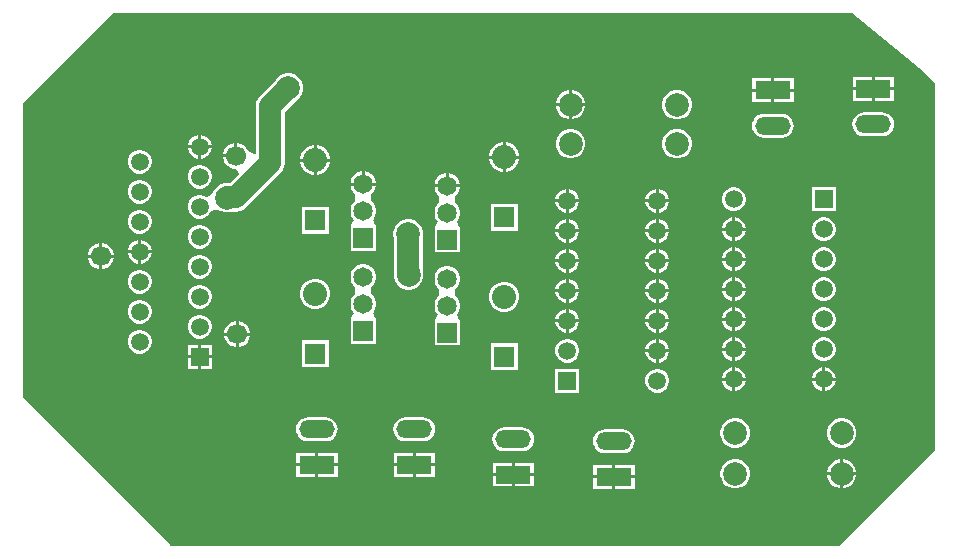
<source format=gbr>
%TF.GenerationSoftware,Altium Limited,Altium Designer,25.8.1 (18)*%
G04 Layer_Physical_Order=2*
G04 Layer_Color=16711680*
%FSLAX45Y45*%
%MOMM*%
%TF.SameCoordinates,A03D5229-0D84-416C-82DE-D2F162E989C3*%
%TF.FilePolarity,Positive*%
%TF.FileFunction,Copper,L2,Bot,Signal*%
%TF.Part,Single*%
G01*
G75*
%TA.AperFunction,Conductor*%
%ADD12C,1.90000*%
%TA.AperFunction,ComponentPad*%
%ADD15R,1.50000X1.50000*%
%ADD16C,1.50000*%
%ADD17O,3.00000X1.50000*%
%ADD18R,3.00000X1.50000*%
%ADD19R,1.65100X1.65100*%
%ADD20C,1.65100*%
%ADD21C,2.00000*%
%ADD22R,1.77800X1.77800*%
%ADD23C,2.03200*%
%TA.AperFunction,ViaPad*%
%ADD24C,1.70000*%
%ADD25C,2.00000*%
G36*
X13265150Y8032750D02*
X13360400Y7937500D01*
Y4864100D01*
Y4838700D01*
X12547600Y4025900D01*
X6896100D01*
X5638800Y5283200D01*
Y7772400D01*
X6388100Y8521700D01*
X6413500Y8534400D01*
X12661900D01*
X13265150Y8032750D01*
D02*
G37*
%LPC*%
G36*
X13015099Y7995000D02*
X12852400D01*
Y7907299D01*
X13015099D01*
Y7995000D01*
D02*
G37*
G36*
X12827000D02*
X12664300D01*
Y7907299D01*
X12827000D01*
Y7995000D01*
D02*
G37*
G36*
X12164199Y7982300D02*
X12001500D01*
Y7894599D01*
X12164199D01*
Y7982300D01*
D02*
G37*
G36*
X11976100D02*
X11813400D01*
Y7894599D01*
X11976100D01*
Y7982300D01*
D02*
G37*
G36*
X13015099Y7881899D02*
X12852400D01*
Y7794200D01*
X13015099D01*
Y7881899D01*
D02*
G37*
G36*
X12827000D02*
X12664300D01*
Y7794200D01*
X12827000D01*
Y7881899D01*
D02*
G37*
G36*
X12164199Y7869199D02*
X12001500D01*
Y7781500D01*
X12164199D01*
Y7869199D01*
D02*
G37*
G36*
X11976100D02*
X11813400D01*
Y7781500D01*
X11976100D01*
Y7869199D01*
D02*
G37*
G36*
X10292510Y7885100D02*
X10288701D01*
Y7772400D01*
X10401400D01*
Y7776209D01*
X10392854Y7808102D01*
X10376345Y7836697D01*
X10352998Y7860045D01*
X10324403Y7876554D01*
X10292510Y7885100D01*
D02*
G37*
G36*
X10263301D02*
X10259491D01*
X10227598Y7876554D01*
X10199003Y7860045D01*
X10175655Y7836697D01*
X10159146Y7808102D01*
X10150600Y7776209D01*
Y7772400D01*
X10263301D01*
Y7885100D01*
D02*
G37*
G36*
X11192509D02*
X11159491D01*
X11127598Y7876554D01*
X11099003Y7860045D01*
X11075655Y7836697D01*
X11059146Y7808102D01*
X11050600Y7776209D01*
Y7743191D01*
X11059146Y7711298D01*
X11075655Y7682703D01*
X11099003Y7659355D01*
X11127598Y7642846D01*
X11159491Y7634300D01*
X11192509D01*
X11224403Y7642846D01*
X11252998Y7659355D01*
X11276345Y7682703D01*
X11292854Y7711298D01*
X11301400Y7743191D01*
Y7776209D01*
X11292854Y7808102D01*
X11276345Y7836697D01*
X11252998Y7860045D01*
X11224403Y7876554D01*
X11192509Y7885100D01*
D02*
G37*
G36*
X10401400Y7747000D02*
X10288701D01*
Y7634300D01*
X10292510D01*
X10324403Y7642846D01*
X10352998Y7659355D01*
X10376345Y7682703D01*
X10392854Y7711298D01*
X10401400Y7743191D01*
Y7747000D01*
D02*
G37*
G36*
X10263301D02*
X10150600D01*
Y7743191D01*
X10159146Y7711298D01*
X10175655Y7682703D01*
X10199003Y7659355D01*
X10227598Y7642846D01*
X10259491Y7634300D01*
X10263301D01*
Y7747000D01*
D02*
G37*
G36*
X12914700Y7695866D02*
X12764699D01*
X12738490Y7692416D01*
X12714066Y7682299D01*
X12693093Y7666206D01*
X12677000Y7645233D01*
X12666884Y7620810D01*
X12663433Y7594600D01*
X12666884Y7568390D01*
X12677000Y7543967D01*
X12693093Y7522994D01*
X12714066Y7506901D01*
X12738490Y7496784D01*
X12764699Y7493334D01*
X12914700D01*
X12940909Y7496784D01*
X12965334Y7506901D01*
X12986307Y7522994D01*
X13002399Y7543967D01*
X13012515Y7568390D01*
X13015965Y7594600D01*
X13012515Y7620810D01*
X13002399Y7645233D01*
X12986307Y7666206D01*
X12965334Y7682299D01*
X12940909Y7692416D01*
X12914700Y7695866D01*
D02*
G37*
G36*
X12063800Y7683166D02*
X11913799D01*
X11887590Y7679716D01*
X11863166Y7669599D01*
X11842193Y7653506D01*
X11826100Y7632533D01*
X11815984Y7608110D01*
X11812533Y7581900D01*
X11815984Y7555690D01*
X11826100Y7531267D01*
X11842193Y7510294D01*
X11863166Y7494201D01*
X11887590Y7484084D01*
X11913799Y7480634D01*
X12063800D01*
X12090009Y7484084D01*
X12114433Y7494201D01*
X12135406Y7510294D01*
X12151499Y7531267D01*
X12161615Y7555690D01*
X12165066Y7581900D01*
X12161615Y7608110D01*
X12151499Y7632533D01*
X12135406Y7653506D01*
X12114433Y7669599D01*
X12090009Y7679716D01*
X12063800Y7683166D01*
D02*
G37*
G36*
X7150618Y7504500D02*
X7150100D01*
Y7416800D01*
X7237800D01*
Y7417318D01*
X7230958Y7442853D01*
X7217740Y7465747D01*
X7199047Y7484440D01*
X7176153Y7497658D01*
X7150618Y7504500D01*
D02*
G37*
G36*
X7124700D02*
X7124182D01*
X7098647Y7497658D01*
X7075753Y7484440D01*
X7057060Y7465747D01*
X7043842Y7442853D01*
X7037000Y7417318D01*
Y7416800D01*
X7124700D01*
Y7504500D01*
D02*
G37*
G36*
X7429500Y7438300D02*
X7427666D01*
X7399587Y7430776D01*
X7374413Y7416242D01*
X7353858Y7395687D01*
X7339324Y7370513D01*
X7331800Y7342434D01*
Y7340600D01*
X7429500D01*
Y7438300D01*
D02*
G37*
G36*
X7903209Y8024800D02*
X7870191D01*
X7838298Y8016254D01*
X7809703Y7999745D01*
X7786355Y7976397D01*
X7778702Y7963142D01*
X7648430Y7832870D01*
X7629131Y7807719D01*
X7616999Y7778431D01*
X7612861Y7747000D01*
Y7350400D01*
X7605846Y7340201D01*
X7602600Y7338585D01*
X7593545Y7339282D01*
X7546190Y7366357D01*
X7545076Y7370513D01*
X7530542Y7395687D01*
X7509987Y7416242D01*
X7484813Y7430776D01*
X7456734Y7438300D01*
X7454900D01*
Y7327900D01*
X7442200D01*
Y7315200D01*
X7331800D01*
Y7313366D01*
X7339324Y7285287D01*
X7353858Y7260113D01*
X7374413Y7239558D01*
X7399587Y7225024D01*
X7427666Y7217500D01*
X7444949D01*
X7463563Y7187406D01*
X7467633Y7169473D01*
X7393812Y7095652D01*
X7390153D01*
X7382509Y7097700D01*
X7349491D01*
X7317598Y7089154D01*
X7289003Y7072645D01*
X7265655Y7049297D01*
X7249146Y7020702D01*
X7244148Y7002050D01*
X7216160Y6986157D01*
X7211456Y6984442D01*
X7190600Y6981317D01*
X7176153Y6989658D01*
X7150618Y6996500D01*
X7124182D01*
X7098647Y6989658D01*
X7075753Y6976440D01*
X7057060Y6957747D01*
X7043842Y6934853D01*
X7037000Y6909318D01*
Y6882882D01*
X7043842Y6857347D01*
X7057060Y6834453D01*
X7075753Y6815760D01*
X7098647Y6802542D01*
X7124182Y6795700D01*
X7150618D01*
X7176153Y6802542D01*
X7199047Y6815760D01*
X7217740Y6834453D01*
X7230958Y6857347D01*
X7231368Y6858879D01*
X7285350Y6875608D01*
X7289003Y6871955D01*
X7317598Y6855446D01*
X7349491Y6846900D01*
X7382509D01*
X7404433Y6852774D01*
X7444113D01*
X7475544Y6856912D01*
X7504832Y6869044D01*
X7529983Y6888343D01*
X7820170Y7178530D01*
X7839469Y7203681D01*
X7851601Y7232969D01*
X7855739Y7264400D01*
Y7696699D01*
X7950442Y7791402D01*
X7963697Y7799055D01*
X7987045Y7822403D01*
X8003554Y7850998D01*
X8012100Y7882891D01*
Y7915909D01*
X8003554Y7947802D01*
X7987045Y7976397D01*
X7963697Y7999745D01*
X7935102Y8016254D01*
X7903209Y8024800D01*
D02*
G37*
G36*
X9732220Y7442200D02*
X9728200D01*
Y7327900D01*
X9842500D01*
Y7331920D01*
X9833845Y7364220D01*
X9817125Y7393180D01*
X9793480Y7416825D01*
X9764520Y7433545D01*
X9732220Y7442200D01*
D02*
G37*
G36*
X9702800D02*
X9698780D01*
X9666480Y7433545D01*
X9637520Y7416825D01*
X9613875Y7393180D01*
X9597155Y7364220D01*
X9588500Y7331920D01*
Y7327900D01*
X9702800D01*
Y7442200D01*
D02*
G37*
G36*
X11192509Y7554900D02*
X11159491D01*
X11127598Y7546354D01*
X11099003Y7529845D01*
X11075655Y7506497D01*
X11059146Y7477902D01*
X11050600Y7446009D01*
Y7412991D01*
X11059146Y7381098D01*
X11075655Y7352503D01*
X11099003Y7329155D01*
X11127598Y7312646D01*
X11159491Y7304100D01*
X11192509D01*
X11224403Y7312646D01*
X11252998Y7329155D01*
X11276345Y7352503D01*
X11292854Y7381098D01*
X11301400Y7412991D01*
Y7446009D01*
X11292854Y7477902D01*
X11276345Y7506497D01*
X11252998Y7529845D01*
X11224403Y7546354D01*
X11192509Y7554900D01*
D02*
G37*
G36*
X10292510D02*
X10259491D01*
X10227598Y7546354D01*
X10199003Y7529845D01*
X10175655Y7506497D01*
X10159146Y7477902D01*
X10150600Y7446009D01*
Y7412991D01*
X10159146Y7381098D01*
X10175655Y7352503D01*
X10199003Y7329155D01*
X10227598Y7312646D01*
X10259491Y7304100D01*
X10292510D01*
X10324403Y7312646D01*
X10352998Y7329155D01*
X10376345Y7352503D01*
X10392854Y7381098D01*
X10401400Y7412991D01*
Y7446009D01*
X10392854Y7477902D01*
X10376345Y7506497D01*
X10352998Y7529845D01*
X10324403Y7546354D01*
X10292510Y7554900D01*
D02*
G37*
G36*
X7237800Y7391400D02*
X7150100D01*
Y7303700D01*
X7150618D01*
X7176153Y7310542D01*
X7199047Y7323760D01*
X7217740Y7342453D01*
X7230958Y7365347D01*
X7237800Y7390882D01*
Y7391400D01*
D02*
G37*
G36*
X7124700D02*
X7037000D01*
Y7390882D01*
X7043842Y7365347D01*
X7057060Y7342453D01*
X7075753Y7323760D01*
X7098647Y7310542D01*
X7124182Y7303700D01*
X7124700D01*
Y7391400D01*
D02*
G37*
G36*
X8132020Y7416800D02*
X8128000D01*
Y7302500D01*
X8242300D01*
Y7306520D01*
X8233645Y7338820D01*
X8216925Y7367780D01*
X8193280Y7391425D01*
X8164320Y7408145D01*
X8132020Y7416800D01*
D02*
G37*
G36*
X8102600D02*
X8098580D01*
X8066280Y7408145D01*
X8037320Y7391425D01*
X8013675Y7367780D01*
X7996955Y7338820D01*
X7988300Y7306520D01*
Y7302500D01*
X8102600D01*
Y7416800D01*
D02*
G37*
G36*
X9842500Y7302500D02*
X9728200D01*
Y7188200D01*
X9732220D01*
X9764520Y7196855D01*
X9793480Y7213575D01*
X9817125Y7237220D01*
X9833845Y7266180D01*
X9842500Y7298480D01*
Y7302500D01*
D02*
G37*
G36*
X9702800D02*
X9588500D01*
Y7298480D01*
X9597155Y7266180D01*
X9613875Y7237220D01*
X9637520Y7213575D01*
X9666480Y7196855D01*
X9698780Y7188200D01*
X9702800D01*
Y7302500D01*
D02*
G37*
G36*
X6642618Y7377500D02*
X6616182D01*
X6590647Y7370658D01*
X6567753Y7357440D01*
X6549060Y7338747D01*
X6535842Y7315853D01*
X6529000Y7290318D01*
Y7263882D01*
X6535842Y7238347D01*
X6549060Y7215453D01*
X6567753Y7196760D01*
X6590647Y7183542D01*
X6616182Y7176700D01*
X6642618D01*
X6668153Y7183542D01*
X6691047Y7196760D01*
X6709740Y7215453D01*
X6722958Y7238347D01*
X6729800Y7263882D01*
Y7290318D01*
X6722958Y7315853D01*
X6709740Y7338747D01*
X6691047Y7357440D01*
X6668153Y7370658D01*
X6642618Y7377500D01*
D02*
G37*
G36*
X8242300Y7277100D02*
X8128000D01*
Y7162800D01*
X8132020D01*
X8164320Y7171455D01*
X8193280Y7188175D01*
X8216925Y7211820D01*
X8233645Y7240780D01*
X8242300Y7273080D01*
Y7277100D01*
D02*
G37*
G36*
X8102600D02*
X7988300D01*
Y7273080D01*
X7996955Y7240780D01*
X8013675Y7211820D01*
X8037320Y7188175D01*
X8066280Y7171455D01*
X8098580Y7162800D01*
X8102600D01*
Y7277100D01*
D02*
G37*
G36*
X8535912Y7194550D02*
X8534400D01*
Y7099300D01*
X8629650D01*
Y7100812D01*
X8622293Y7128267D01*
X8608081Y7152883D01*
X8587983Y7172981D01*
X8563367Y7187193D01*
X8535912Y7194550D01*
D02*
G37*
G36*
X8509000D02*
X8507488D01*
X8480033Y7187193D01*
X8455417Y7172981D01*
X8435319Y7152883D01*
X8421107Y7128267D01*
X8413750Y7100812D01*
Y7099300D01*
X8509000D01*
Y7194550D01*
D02*
G37*
G36*
X9247112Y7181850D02*
X9245600D01*
Y7086600D01*
X9340850D01*
Y7088112D01*
X9333493Y7115567D01*
X9319281Y7140183D01*
X9299183Y7160281D01*
X9274567Y7174493D01*
X9247112Y7181850D01*
D02*
G37*
G36*
X9220200D02*
X9218688D01*
X9191233Y7174493D01*
X9166617Y7160281D01*
X9146519Y7140183D01*
X9132307Y7115567D01*
X9124950Y7088112D01*
Y7086600D01*
X9220200D01*
Y7181850D01*
D02*
G37*
G36*
X7150618Y7250500D02*
X7124182D01*
X7098647Y7243658D01*
X7075753Y7230440D01*
X7057060Y7211747D01*
X7043842Y7188853D01*
X7037000Y7163318D01*
Y7136882D01*
X7043842Y7111347D01*
X7057060Y7088453D01*
X7075753Y7069760D01*
X7098647Y7056542D01*
X7124182Y7049700D01*
X7150618D01*
X7176153Y7056542D01*
X7199047Y7069760D01*
X7217740Y7088453D01*
X7230958Y7111347D01*
X7237800Y7136882D01*
Y7163318D01*
X7230958Y7188853D01*
X7217740Y7211747D01*
X7199047Y7230440D01*
X7176153Y7243658D01*
X7150618Y7250500D01*
D02*
G37*
G36*
X11024117Y7047300D02*
X11023599D01*
Y6959600D01*
X11111299D01*
Y6960118D01*
X11104457Y6985653D01*
X11091239Y7008547D01*
X11072547Y7027240D01*
X11049653Y7040458D01*
X11024117Y7047300D01*
D02*
G37*
G36*
X10998199D02*
X10997682D01*
X10972146Y7040458D01*
X10949252Y7027240D01*
X10930560Y7008547D01*
X10917342Y6985653D01*
X10910500Y6960118D01*
Y6959600D01*
X10998199D01*
Y7047300D01*
D02*
G37*
G36*
X10262117D02*
X10261599D01*
Y6959600D01*
X10349299D01*
Y6960118D01*
X10342457Y6985653D01*
X10329239Y7008547D01*
X10310547Y7027240D01*
X10287653Y7040458D01*
X10262117Y7047300D01*
D02*
G37*
G36*
X10236199D02*
X10235682D01*
X10210146Y7040458D01*
X10187252Y7027240D01*
X10168560Y7008547D01*
X10155342Y6985653D01*
X10148500Y6960118D01*
Y6959600D01*
X10236199D01*
Y7047300D01*
D02*
G37*
G36*
X6642618Y7123500D02*
X6616182D01*
X6590647Y7116658D01*
X6567753Y7103440D01*
X6549060Y7084747D01*
X6535842Y7061853D01*
X6529000Y7036318D01*
Y7009882D01*
X6535842Y6984347D01*
X6549060Y6961453D01*
X6567753Y6942760D01*
X6590647Y6929542D01*
X6616182Y6922700D01*
X6642618D01*
X6668153Y6929542D01*
X6691047Y6942760D01*
X6709740Y6961453D01*
X6722958Y6984347D01*
X6729800Y7009882D01*
Y7036318D01*
X6722958Y7061853D01*
X6709740Y7084747D01*
X6691047Y7103440D01*
X6668153Y7116658D01*
X6642618Y7123500D01*
D02*
G37*
G36*
X12521000Y7060000D02*
X12320200D01*
Y6859200D01*
X12521000D01*
Y7060000D01*
D02*
G37*
G36*
X11671818D02*
X11645382D01*
X11619847Y7053158D01*
X11596953Y7039940D01*
X11578260Y7021247D01*
X11565042Y6998353D01*
X11558200Y6972818D01*
Y6946382D01*
X11565042Y6920847D01*
X11578260Y6897953D01*
X11596953Y6879260D01*
X11619847Y6866042D01*
X11645382Y6859200D01*
X11671818D01*
X11697353Y6866042D01*
X11720247Y6879260D01*
X11738940Y6897953D01*
X11752158Y6920847D01*
X11759000Y6946382D01*
Y6972818D01*
X11752158Y6998353D01*
X11738940Y7021247D01*
X11720247Y7039940D01*
X11697353Y7053158D01*
X11671818Y7060000D01*
D02*
G37*
G36*
X11111299Y6934200D02*
X11023599D01*
Y6846500D01*
X11024117D01*
X11049653Y6853342D01*
X11072547Y6866560D01*
X11091239Y6885253D01*
X11104457Y6908147D01*
X11111299Y6933682D01*
Y6934200D01*
D02*
G37*
G36*
X10998199D02*
X10910500D01*
Y6933682D01*
X10917342Y6908147D01*
X10930560Y6885253D01*
X10949252Y6866560D01*
X10972146Y6853342D01*
X10997682Y6846500D01*
X10998199D01*
Y6934200D01*
D02*
G37*
G36*
X10349299D02*
X10261599D01*
Y6846500D01*
X10262117D01*
X10287653Y6853342D01*
X10310547Y6866560D01*
X10329239Y6885253D01*
X10342457Y6908147D01*
X10349299Y6933682D01*
Y6934200D01*
D02*
G37*
G36*
X10236199D02*
X10148500D01*
Y6933682D01*
X10155342Y6908147D01*
X10168560Y6885253D01*
X10187252Y6866560D01*
X10210146Y6853342D01*
X10235682Y6846500D01*
X10236199D01*
Y6934200D01*
D02*
G37*
G36*
X11671818Y6806000D02*
X11671300D01*
Y6718300D01*
X11759000D01*
Y6718818D01*
X11752158Y6744353D01*
X11738940Y6767247D01*
X11720247Y6785940D01*
X11697353Y6799158D01*
X11671818Y6806000D01*
D02*
G37*
G36*
X11645900D02*
X11645382D01*
X11619847Y6799158D01*
X11596953Y6785940D01*
X11578260Y6767247D01*
X11565042Y6744353D01*
X11558200Y6718818D01*
Y6718300D01*
X11645900D01*
Y6806000D01*
D02*
G37*
G36*
X11024117Y6793300D02*
X11023599D01*
Y6705600D01*
X11111299D01*
Y6706118D01*
X11104457Y6731653D01*
X11091239Y6754547D01*
X11072547Y6773240D01*
X11049653Y6786458D01*
X11024117Y6793300D01*
D02*
G37*
G36*
X10998199D02*
X10997682D01*
X10972146Y6786458D01*
X10949252Y6773240D01*
X10930560Y6754547D01*
X10917342Y6731653D01*
X10910500Y6706118D01*
Y6705600D01*
X10998199D01*
Y6793300D01*
D02*
G37*
G36*
X10262117D02*
X10261599D01*
Y6705600D01*
X10349299D01*
Y6706118D01*
X10342457Y6731653D01*
X10329239Y6754547D01*
X10310547Y6773240D01*
X10287653Y6786458D01*
X10262117Y6793300D01*
D02*
G37*
G36*
X10236199D02*
X10235682D01*
X10210146Y6786458D01*
X10187252Y6773240D01*
X10168560Y6754547D01*
X10155342Y6731653D01*
X10148500Y6706118D01*
Y6705600D01*
X10236199D01*
Y6793300D01*
D02*
G37*
G36*
X9829800Y6921500D02*
X9601200D01*
Y6692900D01*
X9829800D01*
Y6921500D01*
D02*
G37*
G36*
X6642618Y6869500D02*
X6616182D01*
X6590647Y6862658D01*
X6567753Y6849440D01*
X6549060Y6830747D01*
X6535842Y6807853D01*
X6529000Y6782318D01*
Y6755882D01*
X6535842Y6730347D01*
X6549060Y6707453D01*
X6567753Y6688760D01*
X6590647Y6675542D01*
X6616182Y6668700D01*
X6642618D01*
X6668153Y6675542D01*
X6691047Y6688760D01*
X6709740Y6707453D01*
X6722958Y6730347D01*
X6729800Y6755882D01*
Y6782318D01*
X6722958Y6807853D01*
X6709740Y6830747D01*
X6691047Y6849440D01*
X6668153Y6862658D01*
X6642618Y6869500D01*
D02*
G37*
G36*
X8229600Y6896100D02*
X8001000D01*
Y6667500D01*
X8229600D01*
Y6896100D01*
D02*
G37*
G36*
X12433818Y6806000D02*
X12407382D01*
X12381847Y6799158D01*
X12358953Y6785940D01*
X12340260Y6767247D01*
X12327042Y6744353D01*
X12320200Y6718818D01*
Y6692382D01*
X12327042Y6666847D01*
X12340260Y6643953D01*
X12358953Y6625260D01*
X12381847Y6612042D01*
X12407382Y6605200D01*
X12433818D01*
X12459353Y6612042D01*
X12482247Y6625260D01*
X12500940Y6643953D01*
X12514158Y6666847D01*
X12521000Y6692382D01*
Y6718818D01*
X12514158Y6744353D01*
X12500940Y6767247D01*
X12482247Y6785940D01*
X12459353Y6799158D01*
X12433818Y6806000D01*
D02*
G37*
G36*
X11759000Y6692900D02*
X11671300D01*
Y6605200D01*
X11671818D01*
X11697353Y6612042D01*
X11720247Y6625260D01*
X11738940Y6643953D01*
X11752158Y6666847D01*
X11759000Y6692382D01*
Y6692900D01*
D02*
G37*
G36*
X11645900D02*
X11558200D01*
Y6692382D01*
X11565042Y6666847D01*
X11578260Y6643953D01*
X11596953Y6625260D01*
X11619847Y6612042D01*
X11645382Y6605200D01*
X11645900D01*
Y6692900D01*
D02*
G37*
G36*
X11111299Y6680200D02*
X11023599D01*
Y6592500D01*
X11024117D01*
X11049653Y6599342D01*
X11072547Y6612560D01*
X11091239Y6631253D01*
X11104457Y6654147D01*
X11111299Y6679682D01*
Y6680200D01*
D02*
G37*
G36*
X10998199D02*
X10910500D01*
Y6679682D01*
X10917342Y6654147D01*
X10930560Y6631253D01*
X10949252Y6612560D01*
X10972146Y6599342D01*
X10997682Y6592500D01*
X10998199D01*
Y6680200D01*
D02*
G37*
G36*
X10349299D02*
X10261599D01*
Y6592500D01*
X10262117D01*
X10287653Y6599342D01*
X10310547Y6612560D01*
X10329239Y6631253D01*
X10342457Y6654147D01*
X10349299Y6679682D01*
Y6680200D01*
D02*
G37*
G36*
X10236199D02*
X10148500D01*
Y6679682D01*
X10155342Y6654147D01*
X10168560Y6631253D01*
X10187252Y6612560D01*
X10210146Y6599342D01*
X10235682Y6592500D01*
X10236199D01*
Y6680200D01*
D02*
G37*
G36*
X7150618Y6742500D02*
X7124182D01*
X7098647Y6735658D01*
X7075753Y6722440D01*
X7057060Y6703747D01*
X7043842Y6680853D01*
X7037000Y6655318D01*
Y6628882D01*
X7043842Y6603347D01*
X7057060Y6580453D01*
X7075753Y6561760D01*
X7098647Y6548542D01*
X7124182Y6541700D01*
X7150618D01*
X7176153Y6548542D01*
X7199047Y6561760D01*
X7217740Y6580453D01*
X7230958Y6603347D01*
X7237800Y6628882D01*
Y6655318D01*
X7230958Y6680853D01*
X7217740Y6703747D01*
X7199047Y6722440D01*
X7176153Y6735658D01*
X7150618Y6742500D01*
D02*
G37*
G36*
X6642618Y6615500D02*
X6642100D01*
Y6527800D01*
X6729800D01*
Y6528318D01*
X6722958Y6553853D01*
X6709740Y6576747D01*
X6691047Y6595440D01*
X6668153Y6608658D01*
X6642618Y6615500D01*
D02*
G37*
G36*
X6616700D02*
X6616182D01*
X6590647Y6608658D01*
X6567753Y6595440D01*
X6549060Y6576747D01*
X6535842Y6553853D01*
X6529000Y6528318D01*
Y6527800D01*
X6616700D01*
Y6615500D01*
D02*
G37*
G36*
X8629650Y7073900D02*
X8521700D01*
X8413750D01*
Y7072388D01*
X8421107Y7044933D01*
X8435319Y7020317D01*
X8455417Y7000219D01*
Y6944381D01*
X8435319Y6924283D01*
X8421107Y6899667D01*
X8413750Y6872212D01*
Y6843788D01*
X8421107Y6816333D01*
X8435319Y6791717D01*
X8439686Y6787350D01*
X8418975Y6737350D01*
X8413750D01*
Y6521450D01*
X8629650D01*
Y6737350D01*
X8624425D01*
X8603714Y6787350D01*
X8608081Y6791717D01*
X8622293Y6816333D01*
X8629650Y6843788D01*
Y6872212D01*
X8622293Y6899667D01*
X8608081Y6924283D01*
X8587983Y6944381D01*
X8587983Y7000219D01*
X8608081Y7020317D01*
X8622293Y7044933D01*
X8629650Y7072388D01*
Y7073900D01*
D02*
G37*
G36*
X9340850Y7061200D02*
X9232900D01*
X9124950D01*
Y7059688D01*
X9132307Y7032233D01*
X9146519Y7007617D01*
X9166617Y6987519D01*
Y6931681D01*
X9146519Y6911583D01*
X9132307Y6886967D01*
X9124950Y6859512D01*
Y6831088D01*
X9132307Y6803633D01*
X9146519Y6779017D01*
X9150886Y6774650D01*
X9130175Y6724650D01*
X9124950D01*
Y6508750D01*
X9340850D01*
Y6724650D01*
X9335625D01*
X9314914Y6774650D01*
X9319281Y6779017D01*
X9333493Y6803633D01*
X9340850Y6831088D01*
Y6859512D01*
X9333493Y6886967D01*
X9319281Y6911583D01*
X9299183Y6931681D01*
X9299183Y6987519D01*
X9319281Y7007617D01*
X9333493Y7032233D01*
X9340850Y7059688D01*
Y7061200D01*
D02*
G37*
G36*
X6313734Y6587400D02*
X6311900D01*
Y6489700D01*
X6409600D01*
Y6491534D01*
X6402076Y6519613D01*
X6387542Y6544787D01*
X6366987Y6565342D01*
X6341813Y6579876D01*
X6313734Y6587400D01*
D02*
G37*
G36*
X6286500D02*
X6284666D01*
X6256587Y6579876D01*
X6231413Y6565342D01*
X6210858Y6544787D01*
X6196324Y6519613D01*
X6188800Y6491534D01*
Y6489700D01*
X6286500D01*
Y6587400D01*
D02*
G37*
G36*
X11671818Y6552000D02*
X11671300D01*
Y6464300D01*
X11759000D01*
Y6464818D01*
X11752158Y6490353D01*
X11738940Y6513247D01*
X11720247Y6531940D01*
X11697353Y6545158D01*
X11671818Y6552000D01*
D02*
G37*
G36*
X11645900D02*
X11645382D01*
X11619847Y6545158D01*
X11596953Y6531940D01*
X11578260Y6513247D01*
X11565042Y6490353D01*
X11558200Y6464818D01*
Y6464300D01*
X11645900D01*
Y6552000D01*
D02*
G37*
G36*
X11024117Y6539300D02*
X11023599D01*
Y6451600D01*
X11111299D01*
Y6452118D01*
X11104457Y6477653D01*
X11091239Y6500547D01*
X11072547Y6519240D01*
X11049653Y6532458D01*
X11024117Y6539300D01*
D02*
G37*
G36*
X10998199D02*
X10997682D01*
X10972146Y6532458D01*
X10949252Y6519240D01*
X10930560Y6500547D01*
X10917342Y6477653D01*
X10910500Y6452118D01*
Y6451600D01*
X10998199D01*
Y6539300D01*
D02*
G37*
G36*
X10262117D02*
X10261599D01*
Y6451600D01*
X10349299D01*
Y6452118D01*
X10342457Y6477653D01*
X10329239Y6500547D01*
X10310547Y6519240D01*
X10287653Y6532458D01*
X10262117Y6539300D01*
D02*
G37*
G36*
X10236199D02*
X10235682D01*
X10210146Y6532458D01*
X10187252Y6519240D01*
X10168560Y6500547D01*
X10155342Y6477653D01*
X10148500Y6452118D01*
Y6451600D01*
X10236199D01*
Y6539300D01*
D02*
G37*
G36*
X6729800Y6502400D02*
X6642100D01*
Y6414700D01*
X6642618D01*
X6668153Y6421542D01*
X6691047Y6434760D01*
X6709740Y6453453D01*
X6722958Y6476347D01*
X6729800Y6501882D01*
Y6502400D01*
D02*
G37*
G36*
X6616700D02*
X6529000D01*
Y6501882D01*
X6535842Y6476347D01*
X6549060Y6453453D01*
X6567753Y6434760D01*
X6590647Y6421542D01*
X6616182Y6414700D01*
X6616700D01*
Y6502400D01*
D02*
G37*
G36*
X6409600Y6464300D02*
X6311900D01*
Y6366600D01*
X6313734D01*
X6341813Y6374124D01*
X6366987Y6388658D01*
X6387542Y6409213D01*
X6402076Y6434387D01*
X6409600Y6462466D01*
Y6464300D01*
D02*
G37*
G36*
X6286500D02*
X6188800D01*
Y6462466D01*
X6196324Y6434387D01*
X6210858Y6409213D01*
X6231413Y6388658D01*
X6256587Y6374124D01*
X6284666Y6366600D01*
X6286500D01*
Y6464300D01*
D02*
G37*
G36*
X12433818Y6552000D02*
X12407382D01*
X12381847Y6545158D01*
X12358953Y6531940D01*
X12340260Y6513247D01*
X12327042Y6490353D01*
X12320200Y6464818D01*
Y6438382D01*
X12327042Y6412847D01*
X12340260Y6389953D01*
X12358953Y6371260D01*
X12381847Y6358042D01*
X12407382Y6351200D01*
X12433818D01*
X12459353Y6358042D01*
X12482247Y6371260D01*
X12500940Y6389953D01*
X12514158Y6412847D01*
X12521000Y6438382D01*
Y6464818D01*
X12514158Y6490353D01*
X12500940Y6513247D01*
X12482247Y6531940D01*
X12459353Y6545158D01*
X12433818Y6552000D01*
D02*
G37*
G36*
X11759000Y6438900D02*
X11671300D01*
Y6351200D01*
X11671818D01*
X11697353Y6358042D01*
X11720247Y6371260D01*
X11738940Y6389953D01*
X11752158Y6412847D01*
X11759000Y6438382D01*
Y6438900D01*
D02*
G37*
G36*
X11645900D02*
X11558200D01*
Y6438382D01*
X11565042Y6412847D01*
X11578260Y6389953D01*
X11596953Y6371260D01*
X11619847Y6358042D01*
X11645382Y6351200D01*
X11645900D01*
Y6438900D01*
D02*
G37*
G36*
X11111299Y6426200D02*
X11023599D01*
Y6338500D01*
X11024117D01*
X11049653Y6345342D01*
X11072547Y6358560D01*
X11091239Y6377253D01*
X11104457Y6400147D01*
X11111299Y6425682D01*
Y6426200D01*
D02*
G37*
G36*
X10998199D02*
X10910500D01*
Y6425682D01*
X10917342Y6400147D01*
X10930560Y6377253D01*
X10949252Y6358560D01*
X10972146Y6345342D01*
X10997682Y6338500D01*
X10998199D01*
Y6426200D01*
D02*
G37*
G36*
X10349299D02*
X10261599D01*
Y6338500D01*
X10262117D01*
X10287653Y6345342D01*
X10310547Y6358560D01*
X10329239Y6377253D01*
X10342457Y6400147D01*
X10349299Y6425682D01*
Y6426200D01*
D02*
G37*
G36*
X10236199D02*
X10148500D01*
Y6425682D01*
X10155342Y6400147D01*
X10168560Y6377253D01*
X10187252Y6358560D01*
X10210146Y6345342D01*
X10235682Y6338500D01*
X10236199D01*
Y6426200D01*
D02*
G37*
G36*
X7150618Y6488500D02*
X7124182D01*
X7098647Y6481658D01*
X7075753Y6468440D01*
X7057060Y6449747D01*
X7043842Y6426853D01*
X7037000Y6401318D01*
Y6374882D01*
X7043842Y6349347D01*
X7057060Y6326453D01*
X7075753Y6307760D01*
X7098647Y6294542D01*
X7124182Y6287700D01*
X7150618D01*
X7176153Y6294542D01*
X7199047Y6307760D01*
X7217740Y6326453D01*
X7230958Y6349347D01*
X7237800Y6374882D01*
Y6401318D01*
X7230958Y6426853D01*
X7217740Y6449747D01*
X7199047Y6468440D01*
X7176153Y6481658D01*
X7150618Y6488500D01*
D02*
G37*
G36*
X11671818Y6298000D02*
X11671300D01*
Y6210300D01*
X11759000D01*
Y6210818D01*
X11752158Y6236353D01*
X11738940Y6259247D01*
X11720247Y6277940D01*
X11697353Y6291158D01*
X11671818Y6298000D01*
D02*
G37*
G36*
X11645900D02*
X11645382D01*
X11619847Y6291158D01*
X11596953Y6277940D01*
X11578260Y6259247D01*
X11565042Y6236353D01*
X11558200Y6210818D01*
Y6210300D01*
X11645900D01*
Y6298000D01*
D02*
G37*
G36*
X11024117Y6285300D02*
X11023599D01*
Y6197600D01*
X11111299D01*
Y6198118D01*
X11104457Y6223653D01*
X11091239Y6246547D01*
X11072547Y6265240D01*
X11049653Y6278458D01*
X11024117Y6285300D01*
D02*
G37*
G36*
X10998199D02*
X10997682D01*
X10972146Y6278458D01*
X10949252Y6265240D01*
X10930560Y6246547D01*
X10917342Y6223653D01*
X10910500Y6198118D01*
Y6197600D01*
X10998199D01*
Y6285300D01*
D02*
G37*
G36*
X10262117D02*
X10261599D01*
Y6197600D01*
X10349299D01*
Y6198118D01*
X10342457Y6223653D01*
X10329239Y6246547D01*
X10310547Y6265240D01*
X10287653Y6278458D01*
X10262117Y6285300D01*
D02*
G37*
G36*
X10236199D02*
X10235682D01*
X10210146Y6278458D01*
X10187252Y6265240D01*
X10168560Y6246547D01*
X10155342Y6223653D01*
X10148500Y6198118D01*
Y6197600D01*
X10236199D01*
Y6285300D01*
D02*
G37*
G36*
X8919209Y6792900D02*
X8886191D01*
X8854298Y6784354D01*
X8825703Y6767845D01*
X8802355Y6744497D01*
X8785846Y6715902D01*
X8777300Y6684009D01*
Y6650991D01*
X8782271Y6632437D01*
Y6344275D01*
X8779320Y6333260D01*
Y6300242D01*
X8787866Y6268348D01*
X8804375Y6239754D01*
X8827723Y6216406D01*
X8856318Y6199897D01*
X8888211Y6191351D01*
X8921229D01*
X8953123Y6199897D01*
X8981717Y6216406D01*
X9005065Y6239754D01*
X9021574Y6268348D01*
X9030120Y6300242D01*
Y6333260D01*
X9025149Y6351813D01*
Y6639977D01*
X9028100Y6650991D01*
Y6684009D01*
X9019554Y6715902D01*
X9003045Y6744497D01*
X8979697Y6767845D01*
X8951102Y6784354D01*
X8919209Y6792900D01*
D02*
G37*
G36*
X6642618Y6361500D02*
X6616182D01*
X6590647Y6354658D01*
X6567753Y6341440D01*
X6549060Y6322747D01*
X6535842Y6299853D01*
X6529000Y6274318D01*
Y6247882D01*
X6535842Y6222347D01*
X6549060Y6199453D01*
X6567753Y6180760D01*
X6590647Y6167542D01*
X6616182Y6160700D01*
X6642618D01*
X6668153Y6167542D01*
X6691047Y6180760D01*
X6709740Y6199453D01*
X6722958Y6222347D01*
X6729800Y6247882D01*
Y6274318D01*
X6722958Y6299853D01*
X6709740Y6322747D01*
X6691047Y6341440D01*
X6668153Y6354658D01*
X6642618Y6361500D01*
D02*
G37*
G36*
X12433818Y6298000D02*
X12407382D01*
X12381847Y6291158D01*
X12358953Y6277940D01*
X12340260Y6259247D01*
X12327042Y6236353D01*
X12320200Y6210818D01*
Y6184382D01*
X12327042Y6158847D01*
X12340260Y6135953D01*
X12358953Y6117260D01*
X12381847Y6104042D01*
X12407382Y6097200D01*
X12433818D01*
X12459353Y6104042D01*
X12482247Y6117260D01*
X12500940Y6135953D01*
X12514158Y6158847D01*
X12521000Y6184382D01*
Y6210818D01*
X12514158Y6236353D01*
X12500940Y6259247D01*
X12482247Y6277940D01*
X12459353Y6291158D01*
X12433818Y6298000D01*
D02*
G37*
G36*
X11759000Y6184900D02*
X11671300D01*
Y6097200D01*
X11671818D01*
X11697353Y6104042D01*
X11720247Y6117260D01*
X11738940Y6135953D01*
X11752158Y6158847D01*
X11759000Y6184382D01*
Y6184900D01*
D02*
G37*
G36*
X11645900D02*
X11558200D01*
Y6184382D01*
X11565042Y6158847D01*
X11578260Y6135953D01*
X11596953Y6117260D01*
X11619847Y6104042D01*
X11645382Y6097200D01*
X11645900D01*
Y6184900D01*
D02*
G37*
G36*
X11111299Y6172200D02*
X11023599D01*
Y6084500D01*
X11024117D01*
X11049653Y6091342D01*
X11072547Y6104560D01*
X11091239Y6123253D01*
X11104457Y6146147D01*
X11111299Y6171682D01*
Y6172200D01*
D02*
G37*
G36*
X10998199D02*
X10910500D01*
Y6171682D01*
X10917342Y6146147D01*
X10930560Y6123253D01*
X10949252Y6104560D01*
X10972146Y6091342D01*
X10997682Y6084500D01*
X10998199D01*
Y6172200D01*
D02*
G37*
G36*
X10349299D02*
X10261599D01*
Y6084500D01*
X10262117D01*
X10287653Y6091342D01*
X10310547Y6104560D01*
X10329239Y6123253D01*
X10342457Y6146147D01*
X10349299Y6171682D01*
Y6172200D01*
D02*
G37*
G36*
X10236199D02*
X10148500D01*
Y6171682D01*
X10155342Y6146147D01*
X10168560Y6123253D01*
X10187252Y6104560D01*
X10210146Y6091342D01*
X10235682Y6084500D01*
X10236199D01*
Y6172200D01*
D02*
G37*
G36*
X7150618Y6234500D02*
X7124182D01*
X7098647Y6227658D01*
X7075753Y6214440D01*
X7057060Y6195747D01*
X7043842Y6172853D01*
X7037000Y6147318D01*
Y6120882D01*
X7043842Y6095347D01*
X7057060Y6072453D01*
X7075753Y6053760D01*
X7098647Y6040542D01*
X7124182Y6033700D01*
X7150618D01*
X7176153Y6040542D01*
X7199047Y6053760D01*
X7217740Y6072453D01*
X7230958Y6095347D01*
X7237800Y6120882D01*
Y6147318D01*
X7230958Y6172853D01*
X7217740Y6195747D01*
X7199047Y6214440D01*
X7176153Y6227658D01*
X7150618Y6234500D01*
D02*
G37*
G36*
X8132020Y6286500D02*
X8098580D01*
X8066280Y6277845D01*
X8037320Y6261125D01*
X8013675Y6237480D01*
X7996955Y6208520D01*
X7988300Y6176220D01*
Y6142780D01*
X7996955Y6110480D01*
X8013675Y6081520D01*
X8037320Y6057875D01*
X8066280Y6041155D01*
X8098580Y6032500D01*
X8132020D01*
X8164320Y6041155D01*
X8193280Y6057875D01*
X8216925Y6081520D01*
X8233645Y6110480D01*
X8242300Y6142780D01*
Y6176220D01*
X8233645Y6208520D01*
X8216925Y6237480D01*
X8193280Y6261125D01*
X8164320Y6277845D01*
X8132020Y6286500D01*
D02*
G37*
G36*
X9732220Y6261100D02*
X9698780D01*
X9666480Y6252445D01*
X9637520Y6235725D01*
X9613875Y6212080D01*
X9597155Y6183120D01*
X9588500Y6150820D01*
Y6117380D01*
X9597155Y6085080D01*
X9613875Y6056120D01*
X9637520Y6032475D01*
X9666480Y6015755D01*
X9698780Y6007100D01*
X9732220D01*
X9764520Y6015755D01*
X9793480Y6032475D01*
X9817125Y6056120D01*
X9833845Y6085080D01*
X9842500Y6117380D01*
Y6150820D01*
X9833845Y6183120D01*
X9817125Y6212080D01*
X9793480Y6235725D01*
X9764520Y6252445D01*
X9732220Y6261100D01*
D02*
G37*
G36*
X11671818Y6044000D02*
X11671300D01*
Y5956300D01*
X11759000D01*
Y5956818D01*
X11752158Y5982353D01*
X11738940Y6005247D01*
X11720247Y6023940D01*
X11697353Y6037158D01*
X11671818Y6044000D01*
D02*
G37*
G36*
X11645900D02*
X11645382D01*
X11619847Y6037158D01*
X11596953Y6023940D01*
X11578260Y6005247D01*
X11565042Y5982353D01*
X11558200Y5956818D01*
Y5956300D01*
X11645900D01*
Y6044000D01*
D02*
G37*
G36*
X11024117Y6031300D02*
X11023599D01*
Y5943600D01*
X11111299D01*
Y5944118D01*
X11104457Y5969653D01*
X11091239Y5992547D01*
X11072547Y6011240D01*
X11049653Y6024458D01*
X11024117Y6031300D01*
D02*
G37*
G36*
X10998199D02*
X10997682D01*
X10972146Y6024458D01*
X10949252Y6011240D01*
X10930560Y5992547D01*
X10917342Y5969653D01*
X10910500Y5944118D01*
Y5943600D01*
X10998199D01*
Y6031300D01*
D02*
G37*
G36*
X10262117D02*
X10261599D01*
Y5943600D01*
X10349299D01*
Y5944118D01*
X10342457Y5969653D01*
X10329239Y5992547D01*
X10310547Y6011240D01*
X10287653Y6024458D01*
X10262117Y6031300D01*
D02*
G37*
G36*
X10236199D02*
X10235682D01*
X10210146Y6024458D01*
X10187252Y6011240D01*
X10168560Y5992547D01*
X10155342Y5969653D01*
X10148500Y5944118D01*
Y5943600D01*
X10236199D01*
Y6031300D01*
D02*
G37*
G36*
X6642618Y6107500D02*
X6616182D01*
X6590647Y6100658D01*
X6567753Y6087440D01*
X6549060Y6068747D01*
X6535842Y6045853D01*
X6529000Y6020318D01*
Y5993882D01*
X6535842Y5968347D01*
X6549060Y5945453D01*
X6567753Y5926760D01*
X6590647Y5913542D01*
X6616182Y5906700D01*
X6642618D01*
X6668153Y5913542D01*
X6691047Y5926760D01*
X6709740Y5945453D01*
X6722958Y5968347D01*
X6729800Y5993882D01*
Y6020318D01*
X6722958Y6045853D01*
X6709740Y6068747D01*
X6691047Y6087440D01*
X6668153Y6100658D01*
X6642618Y6107500D01*
D02*
G37*
G36*
X12433818Y6044000D02*
X12407382D01*
X12381847Y6037158D01*
X12358953Y6023940D01*
X12340260Y6005247D01*
X12327042Y5982353D01*
X12320200Y5956818D01*
Y5930382D01*
X12327042Y5904847D01*
X12340260Y5881953D01*
X12358953Y5863260D01*
X12381847Y5850042D01*
X12407382Y5843200D01*
X12433818D01*
X12459353Y5850042D01*
X12482247Y5863260D01*
X12500940Y5881953D01*
X12514158Y5904847D01*
X12521000Y5930382D01*
Y5956818D01*
X12514158Y5982353D01*
X12500940Y6005247D01*
X12482247Y6023940D01*
X12459353Y6037158D01*
X12433818Y6044000D01*
D02*
G37*
G36*
X11759000Y5930900D02*
X11671300D01*
Y5843200D01*
X11671818D01*
X11697353Y5850042D01*
X11720247Y5863260D01*
X11738940Y5881953D01*
X11752158Y5904847D01*
X11759000Y5930382D01*
Y5930900D01*
D02*
G37*
G36*
X11645900D02*
X11558200D01*
Y5930382D01*
X11565042Y5904847D01*
X11578260Y5881953D01*
X11596953Y5863260D01*
X11619847Y5850042D01*
X11645382Y5843200D01*
X11645900D01*
Y5930900D01*
D02*
G37*
G36*
X11111299Y5918200D02*
X11023599D01*
Y5830500D01*
X11024117D01*
X11049653Y5837342D01*
X11072547Y5850560D01*
X11091239Y5869253D01*
X11104457Y5892147D01*
X11111299Y5917682D01*
Y5918200D01*
D02*
G37*
G36*
X10998199D02*
X10910500D01*
Y5917682D01*
X10917342Y5892147D01*
X10930560Y5869253D01*
X10949252Y5850560D01*
X10972146Y5837342D01*
X10997682Y5830500D01*
X10998199D01*
Y5918200D01*
D02*
G37*
G36*
X10349299D02*
X10261599D01*
Y5830500D01*
X10262117D01*
X10287653Y5837342D01*
X10310547Y5850560D01*
X10329239Y5869253D01*
X10342457Y5892147D01*
X10349299Y5917682D01*
Y5918200D01*
D02*
G37*
G36*
X10236199D02*
X10148500D01*
Y5917682D01*
X10155342Y5892147D01*
X10168560Y5869253D01*
X10187252Y5850560D01*
X10210146Y5837342D01*
X10235682Y5830500D01*
X10236199D01*
Y5918200D01*
D02*
G37*
G36*
X7469434Y5927000D02*
X7467600D01*
Y5829300D01*
X7565300D01*
Y5831134D01*
X7557776Y5859213D01*
X7543242Y5884387D01*
X7522687Y5904942D01*
X7497513Y5919476D01*
X7469434Y5927000D01*
D02*
G37*
G36*
X7442200D02*
X7440366D01*
X7412287Y5919476D01*
X7387113Y5904942D01*
X7366558Y5884387D01*
X7352024Y5859213D01*
X7344500Y5831134D01*
Y5829300D01*
X7442200D01*
Y5927000D01*
D02*
G37*
G36*
X7150618Y5980500D02*
X7124182D01*
X7098647Y5973658D01*
X7075753Y5960440D01*
X7057060Y5941747D01*
X7043842Y5918853D01*
X7037000Y5893318D01*
Y5866882D01*
X7043842Y5841347D01*
X7057060Y5818453D01*
X7075753Y5799760D01*
X7098647Y5786542D01*
X7124182Y5779700D01*
X7150618D01*
X7176153Y5786542D01*
X7199047Y5799760D01*
X7217740Y5818453D01*
X7230958Y5841347D01*
X7237800Y5866882D01*
Y5893318D01*
X7230958Y5918853D01*
X7217740Y5941747D01*
X7199047Y5960440D01*
X7176153Y5973658D01*
X7150618Y5980500D01*
D02*
G37*
G36*
X8535912Y6407150D02*
X8507488D01*
X8480033Y6399793D01*
X8455417Y6385581D01*
X8435319Y6365483D01*
X8421107Y6340867D01*
X8413750Y6313412D01*
Y6284988D01*
X8421107Y6257533D01*
X8435319Y6232917D01*
X8455417Y6212819D01*
Y6156981D01*
X8435319Y6136883D01*
X8421107Y6112267D01*
X8413750Y6084812D01*
Y6056388D01*
X8421107Y6028933D01*
X8435319Y6004317D01*
X8439686Y5999950D01*
X8418975Y5949950D01*
X8413750D01*
Y5734050D01*
X8629650D01*
Y5949950D01*
X8624425D01*
X8603714Y5999950D01*
X8608081Y6004317D01*
X8622293Y6028933D01*
X8629650Y6056388D01*
Y6084812D01*
X8622293Y6112267D01*
X8608081Y6136883D01*
X8587983Y6156981D01*
X8587983Y6212819D01*
X8608081Y6232917D01*
X8622293Y6257533D01*
X8629650Y6284988D01*
Y6313412D01*
X8622293Y6340867D01*
X8608081Y6365483D01*
X8587983Y6385581D01*
X8563367Y6399793D01*
X8535912Y6407150D01*
D02*
G37*
G36*
X9247112Y6394450D02*
X9218688D01*
X9191233Y6387093D01*
X9166617Y6372881D01*
X9146519Y6352783D01*
X9132307Y6328167D01*
X9124950Y6300712D01*
Y6272288D01*
X9132307Y6244833D01*
X9146519Y6220217D01*
X9166617Y6200119D01*
Y6144281D01*
X9146519Y6124183D01*
X9132307Y6099567D01*
X9124950Y6072112D01*
Y6043688D01*
X9132307Y6016233D01*
X9146519Y5991617D01*
X9150886Y5987250D01*
X9130175Y5937250D01*
X9124950D01*
Y5721350D01*
X9340850D01*
Y5937250D01*
X9335625D01*
X9314914Y5987250D01*
X9319281Y5991617D01*
X9333493Y6016233D01*
X9340850Y6043688D01*
Y6072112D01*
X9333493Y6099567D01*
X9319281Y6124183D01*
X9299183Y6144281D01*
X9299183Y6200119D01*
X9319281Y6220217D01*
X9333493Y6244833D01*
X9340850Y6272288D01*
Y6300712D01*
X9333493Y6328167D01*
X9319281Y6352783D01*
X9299183Y6372881D01*
X9274567Y6387093D01*
X9247112Y6394450D01*
D02*
G37*
G36*
X7565300Y5803900D02*
X7467600D01*
Y5706200D01*
X7469434D01*
X7497513Y5713724D01*
X7522687Y5728258D01*
X7543242Y5748813D01*
X7557776Y5773987D01*
X7565300Y5802066D01*
Y5803900D01*
D02*
G37*
G36*
X7442200D02*
X7344500D01*
Y5802066D01*
X7352024Y5773987D01*
X7366558Y5748813D01*
X7387113Y5728258D01*
X7412287Y5713724D01*
X7440366Y5706200D01*
X7442200D01*
Y5803900D01*
D02*
G37*
G36*
X11671818Y5790000D02*
X11671300D01*
Y5702300D01*
X11759000D01*
Y5702818D01*
X11752158Y5728353D01*
X11738940Y5751247D01*
X11720247Y5769940D01*
X11697353Y5783158D01*
X11671818Y5790000D01*
D02*
G37*
G36*
X11645900D02*
X11645382D01*
X11619847Y5783158D01*
X11596953Y5769940D01*
X11578260Y5751247D01*
X11565042Y5728353D01*
X11558200Y5702818D01*
Y5702300D01*
X11645900D01*
Y5790000D01*
D02*
G37*
G36*
X11024117Y5777300D02*
X11023599D01*
Y5689600D01*
X11111299D01*
Y5690118D01*
X11104457Y5715653D01*
X11091239Y5738547D01*
X11072547Y5757240D01*
X11049653Y5770458D01*
X11024117Y5777300D01*
D02*
G37*
G36*
X10998199D02*
X10997682D01*
X10972146Y5770458D01*
X10949252Y5757240D01*
X10930560Y5738547D01*
X10917342Y5715653D01*
X10910500Y5690118D01*
Y5689600D01*
X10998199D01*
Y5777300D01*
D02*
G37*
G36*
X6642618Y5853500D02*
X6616182D01*
X6590647Y5846658D01*
X6567753Y5833440D01*
X6549060Y5814747D01*
X6535842Y5791853D01*
X6529000Y5766318D01*
Y5739882D01*
X6535842Y5714347D01*
X6549060Y5691453D01*
X6567753Y5672760D01*
X6590647Y5659542D01*
X6616182Y5652700D01*
X6642618D01*
X6668153Y5659542D01*
X6691047Y5672760D01*
X6709740Y5691453D01*
X6722958Y5714347D01*
X6729800Y5739882D01*
Y5766318D01*
X6722958Y5791853D01*
X6709740Y5814747D01*
X6691047Y5833440D01*
X6668153Y5846658D01*
X6642618Y5853500D01*
D02*
G37*
G36*
X7237800Y5726500D02*
X7150100D01*
Y5638800D01*
X7237800D01*
Y5726500D01*
D02*
G37*
G36*
X7124700D02*
X7037000D01*
Y5638800D01*
X7124700D01*
Y5726500D01*
D02*
G37*
G36*
X12433818Y5790000D02*
X12407382D01*
X12381847Y5783158D01*
X12358953Y5769940D01*
X12340260Y5751247D01*
X12327042Y5728353D01*
X12320200Y5702818D01*
Y5676382D01*
X12327042Y5650847D01*
X12340260Y5627953D01*
X12358953Y5609260D01*
X12381847Y5596042D01*
X12407382Y5589200D01*
X12433818D01*
X12459353Y5596042D01*
X12482247Y5609260D01*
X12500940Y5627953D01*
X12514158Y5650847D01*
X12521000Y5676382D01*
Y5702818D01*
X12514158Y5728353D01*
X12500940Y5751247D01*
X12482247Y5769940D01*
X12459353Y5783158D01*
X12433818Y5790000D01*
D02*
G37*
G36*
X11759000Y5676900D02*
X11671300D01*
Y5589200D01*
X11671818D01*
X11697353Y5596042D01*
X11720247Y5609260D01*
X11738940Y5627953D01*
X11752158Y5650847D01*
X11759000Y5676382D01*
Y5676900D01*
D02*
G37*
G36*
X11645900D02*
X11558200D01*
Y5676382D01*
X11565042Y5650847D01*
X11578260Y5627953D01*
X11596953Y5609260D01*
X11619847Y5596042D01*
X11645382Y5589200D01*
X11645900D01*
Y5676900D01*
D02*
G37*
G36*
X11111299Y5664200D02*
X11023599D01*
Y5576500D01*
X11024117D01*
X11049653Y5583342D01*
X11072547Y5596560D01*
X11091239Y5615253D01*
X11104457Y5638147D01*
X11111299Y5663682D01*
Y5664200D01*
D02*
G37*
G36*
X10998199D02*
X10910500D01*
Y5663682D01*
X10917342Y5638147D01*
X10930560Y5615253D01*
X10949252Y5596560D01*
X10972146Y5583342D01*
X10997682Y5576500D01*
X10998199D01*
Y5664200D01*
D02*
G37*
G36*
X10262117Y5777300D02*
X10235682D01*
X10210146Y5770458D01*
X10187252Y5757240D01*
X10168560Y5738547D01*
X10155342Y5715653D01*
X10148500Y5690118D01*
Y5663682D01*
X10155342Y5638147D01*
X10168560Y5615253D01*
X10187252Y5596560D01*
X10210146Y5583342D01*
X10235682Y5576500D01*
X10262117D01*
X10287653Y5583342D01*
X10310547Y5596560D01*
X10329239Y5615253D01*
X10342457Y5638147D01*
X10349299Y5663682D01*
Y5690118D01*
X10342457Y5715653D01*
X10329239Y5738547D01*
X10310547Y5757240D01*
X10287653Y5770458D01*
X10262117Y5777300D01*
D02*
G37*
G36*
X8229600Y5765800D02*
X8001000D01*
Y5537200D01*
X8229600D01*
Y5765800D01*
D02*
G37*
G36*
X7237800Y5613400D02*
X7150100D01*
Y5525700D01*
X7237800D01*
Y5613400D01*
D02*
G37*
G36*
X7124700D02*
X7037000D01*
Y5525700D01*
X7124700D01*
Y5613400D01*
D02*
G37*
G36*
X9829800Y5740400D02*
X9601200D01*
Y5511800D01*
X9829800D01*
Y5740400D01*
D02*
G37*
G36*
X12433818Y5536000D02*
X12433300D01*
Y5448300D01*
X12521000D01*
Y5448818D01*
X12514158Y5474353D01*
X12500940Y5497247D01*
X12482247Y5515940D01*
X12459353Y5529158D01*
X12433818Y5536000D01*
D02*
G37*
G36*
X11671818D02*
X11671300D01*
Y5448300D01*
X11759000D01*
Y5448818D01*
X11752158Y5474353D01*
X11738940Y5497247D01*
X11720247Y5515940D01*
X11697353Y5529158D01*
X11671818Y5536000D01*
D02*
G37*
G36*
X12407900D02*
X12407382D01*
X12381847Y5529158D01*
X12358953Y5515940D01*
X12340260Y5497247D01*
X12327042Y5474353D01*
X12320200Y5448818D01*
Y5448300D01*
X12407900D01*
Y5536000D01*
D02*
G37*
G36*
X11645900D02*
X11645382D01*
X11619847Y5529158D01*
X11596953Y5515940D01*
X11578260Y5497247D01*
X11565042Y5474353D01*
X11558200Y5448818D01*
Y5448300D01*
X11645900D01*
Y5536000D01*
D02*
G37*
G36*
X12521000Y5422900D02*
X12433300D01*
Y5335200D01*
X12433818D01*
X12459353Y5342042D01*
X12482247Y5355260D01*
X12500940Y5373953D01*
X12514158Y5396847D01*
X12521000Y5422382D01*
Y5422900D01*
D02*
G37*
G36*
X12407900D02*
X12320200D01*
Y5422382D01*
X12327042Y5396847D01*
X12340260Y5373953D01*
X12358953Y5355260D01*
X12381847Y5342042D01*
X12407382Y5335200D01*
X12407900D01*
Y5422900D01*
D02*
G37*
G36*
X11759000D02*
X11671300D01*
Y5335200D01*
X11671818D01*
X11697353Y5342042D01*
X11720247Y5355260D01*
X11738940Y5373953D01*
X11752158Y5396847D01*
X11759000Y5422382D01*
Y5422900D01*
D02*
G37*
G36*
X11645900D02*
X11558200D01*
Y5422382D01*
X11565042Y5396847D01*
X11578260Y5373953D01*
X11596953Y5355260D01*
X11619847Y5342042D01*
X11645382Y5335200D01*
X11645900D01*
Y5422900D01*
D02*
G37*
G36*
X11024117Y5523300D02*
X10997682D01*
X10972146Y5516458D01*
X10949252Y5503240D01*
X10930560Y5484547D01*
X10917342Y5461653D01*
X10910500Y5436118D01*
Y5409682D01*
X10917342Y5384147D01*
X10930560Y5361253D01*
X10949252Y5342560D01*
X10972146Y5329342D01*
X10997682Y5322500D01*
X11024117D01*
X11049653Y5329342D01*
X11072547Y5342560D01*
X11091239Y5361253D01*
X11104457Y5384147D01*
X11111299Y5409682D01*
Y5436118D01*
X11104457Y5461653D01*
X11091239Y5484547D01*
X11072547Y5503240D01*
X11049653Y5516458D01*
X11024117Y5523300D01*
D02*
G37*
G36*
X10349299D02*
X10148500D01*
Y5322500D01*
X10349299D01*
Y5523300D01*
D02*
G37*
G36*
X9028500Y5112966D02*
X8878499D01*
X8852290Y5109516D01*
X8827866Y5099399D01*
X8806893Y5083306D01*
X8790800Y5062333D01*
X8780684Y5037910D01*
X8777233Y5011700D01*
X8780684Y4985490D01*
X8790800Y4961067D01*
X8806893Y4940094D01*
X8827866Y4924001D01*
X8852290Y4913884D01*
X8878499Y4910434D01*
X9028500D01*
X9054709Y4913884D01*
X9079133Y4924001D01*
X9100106Y4940094D01*
X9116199Y4961067D01*
X9126315Y4985490D01*
X9129766Y5011700D01*
X9126315Y5037910D01*
X9116199Y5062333D01*
X9100106Y5083306D01*
X9079133Y5099399D01*
X9054709Y5109516D01*
X9028500Y5112966D01*
D02*
G37*
G36*
X8203000D02*
X8052999D01*
X8026790Y5109516D01*
X8002366Y5099399D01*
X7981393Y5083306D01*
X7965300Y5062333D01*
X7955184Y5037910D01*
X7951733Y5011700D01*
X7955184Y4985490D01*
X7965300Y4961067D01*
X7981393Y4940094D01*
X8002366Y4924001D01*
X8026790Y4913884D01*
X8052999Y4910434D01*
X8203000D01*
X8229209Y4913884D01*
X8253633Y4924001D01*
X8274606Y4940094D01*
X8290699Y4961067D01*
X8300815Y4985490D01*
X8304266Y5011700D01*
X8300815Y5037910D01*
X8290699Y5062333D01*
X8274606Y5083306D01*
X8253633Y5099399D01*
X8229209Y5109516D01*
X8203000Y5112966D01*
D02*
G37*
G36*
X12587809Y5103800D02*
X12554791D01*
X12522898Y5095254D01*
X12494303Y5078745D01*
X12470955Y5055397D01*
X12454446Y5026802D01*
X12445900Y4994909D01*
Y4961891D01*
X12454446Y4929998D01*
X12470955Y4901403D01*
X12494303Y4878055D01*
X12522898Y4861546D01*
X12554791Y4853000D01*
X12587809D01*
X12619703Y4861546D01*
X12648298Y4878055D01*
X12671645Y4901403D01*
X12688154Y4929998D01*
X12696700Y4961891D01*
Y4994909D01*
X12688154Y5026802D01*
X12671645Y5055397D01*
X12648298Y5078745D01*
X12619703Y5095254D01*
X12587809Y5103800D01*
D02*
G37*
G36*
X11687809D02*
X11654791D01*
X11622898Y5095254D01*
X11594303Y5078745D01*
X11570955Y5055397D01*
X11554446Y5026802D01*
X11545900Y4994909D01*
Y4961891D01*
X11554446Y4929998D01*
X11570955Y4901403D01*
X11594303Y4878055D01*
X11622898Y4861546D01*
X11654791Y4853000D01*
X11687809D01*
X11719703Y4861546D01*
X11748298Y4878055D01*
X11771645Y4901403D01*
X11788154Y4929998D01*
X11796700Y4961891D01*
Y4994909D01*
X11788154Y5026802D01*
X11771645Y5055397D01*
X11748298Y5078745D01*
X11719703Y5095254D01*
X11687809Y5103800D01*
D02*
G37*
G36*
X9866700Y5028866D02*
X9716699D01*
X9690490Y5025416D01*
X9666066Y5015299D01*
X9645093Y4999206D01*
X9629000Y4978233D01*
X9618884Y4953810D01*
X9615433Y4927600D01*
X9618884Y4901390D01*
X9629000Y4876967D01*
X9645093Y4855994D01*
X9666066Y4839901D01*
X9690490Y4829784D01*
X9716699Y4826334D01*
X9866700D01*
X9892909Y4829784D01*
X9917333Y4839901D01*
X9938306Y4855994D01*
X9954399Y4876967D01*
X9964515Y4901390D01*
X9967966Y4927600D01*
X9964515Y4953810D01*
X9954399Y4978233D01*
X9938306Y4999206D01*
X9917333Y5015299D01*
X9892909Y5025416D01*
X9866700Y5028866D01*
D02*
G37*
G36*
X10717600Y5011366D02*
X10567599D01*
X10541390Y5007916D01*
X10516966Y4997799D01*
X10495993Y4981706D01*
X10479900Y4960733D01*
X10469784Y4936310D01*
X10466333Y4910100D01*
X10469784Y4883890D01*
X10479900Y4859467D01*
X10495993Y4838494D01*
X10516966Y4822401D01*
X10541390Y4812284D01*
X10567599Y4808834D01*
X10717600D01*
X10743809Y4812284D01*
X10768233Y4822401D01*
X10789206Y4838494D01*
X10805299Y4859467D01*
X10815415Y4883890D01*
X10818866Y4910100D01*
X10815415Y4936310D01*
X10805299Y4960733D01*
X10789206Y4981706D01*
X10768233Y4997799D01*
X10743809Y5007916D01*
X10717600Y5011366D01*
D02*
G37*
G36*
X9128899Y4812100D02*
X8966200D01*
Y4724401D01*
X9128899D01*
Y4812100D01*
D02*
G37*
G36*
X8940800D02*
X8778100D01*
Y4724401D01*
X8940800D01*
Y4812100D01*
D02*
G37*
G36*
X8303399D02*
X8140699D01*
Y4724400D01*
X8303399D01*
Y4812100D01*
D02*
G37*
G36*
X8115299D02*
X7952600D01*
Y4724400D01*
X8115299D01*
Y4812100D01*
D02*
G37*
G36*
X12587809Y4760900D02*
X12584000D01*
Y4648200D01*
X12696700D01*
Y4652009D01*
X12688154Y4683902D01*
X12671645Y4712497D01*
X12648298Y4735845D01*
X12619703Y4752354D01*
X12587809Y4760900D01*
D02*
G37*
G36*
X12558600D02*
X12554791D01*
X12522898Y4752354D01*
X12494303Y4735845D01*
X12470955Y4712497D01*
X12454446Y4683902D01*
X12445900Y4652009D01*
Y4648200D01*
X12558600D01*
Y4760900D01*
D02*
G37*
G36*
X9967099Y4728000D02*
X9804400D01*
Y4640301D01*
X9967099D01*
Y4728000D01*
D02*
G37*
G36*
X9779000D02*
X9616300D01*
Y4640301D01*
X9779000D01*
Y4728000D01*
D02*
G37*
G36*
X10817999Y4710500D02*
X10655300D01*
Y4622801D01*
X10817999D01*
Y4710500D01*
D02*
G37*
G36*
X10629900D02*
X10467200D01*
Y4622801D01*
X10629900D01*
Y4710500D01*
D02*
G37*
G36*
X9128899Y4699001D02*
X8966200D01*
Y4611300D01*
X9128899D01*
Y4699001D01*
D02*
G37*
G36*
X8940800D02*
X8778100D01*
Y4611300D01*
X8940800D01*
Y4699001D01*
D02*
G37*
G36*
X8303399Y4699000D02*
X8140699D01*
Y4611300D01*
X8303399D01*
Y4699000D01*
D02*
G37*
G36*
X8115299D02*
X7952600D01*
Y4611300D01*
X8115299D01*
Y4699000D01*
D02*
G37*
G36*
X9967099Y4614901D02*
X9804400D01*
Y4527200D01*
X9967099D01*
Y4614901D01*
D02*
G37*
G36*
X9779000D02*
X9616300D01*
Y4527200D01*
X9779000D01*
Y4614901D01*
D02*
G37*
G36*
X12696700Y4622800D02*
X12584000D01*
Y4510100D01*
X12587809D01*
X12619703Y4518646D01*
X12648298Y4535155D01*
X12671645Y4558503D01*
X12688154Y4587098D01*
X12696700Y4618991D01*
Y4622800D01*
D02*
G37*
G36*
X12558600D02*
X12445900D01*
Y4618991D01*
X12454446Y4587098D01*
X12470955Y4558503D01*
X12494303Y4535155D01*
X12522898Y4518646D01*
X12554791Y4510100D01*
X12558600D01*
Y4622800D01*
D02*
G37*
G36*
X11687809Y4760900D02*
X11654791D01*
X11622898Y4752354D01*
X11594303Y4735845D01*
X11570955Y4712497D01*
X11554446Y4683902D01*
X11545900Y4652009D01*
Y4618991D01*
X11554446Y4587098D01*
X11570955Y4558503D01*
X11594303Y4535155D01*
X11622898Y4518646D01*
X11654791Y4510100D01*
X11687809D01*
X11719703Y4518646D01*
X11748298Y4535155D01*
X11771645Y4558503D01*
X11788154Y4587098D01*
X11796700Y4618991D01*
Y4652009D01*
X11788154Y4683902D01*
X11771645Y4712497D01*
X11748298Y4735845D01*
X11719703Y4752354D01*
X11687809Y4760900D01*
D02*
G37*
G36*
X10817999Y4597401D02*
X10655300D01*
Y4509700D01*
X10817999D01*
Y4597401D01*
D02*
G37*
G36*
X10629900D02*
X10467200D01*
Y4509700D01*
X10629900D01*
Y4597401D01*
D02*
G37*
%LPD*%
D12*
X7734300Y7747000D02*
X7886700Y7899400D01*
X7444113Y6974213D02*
X7734300Y7264400D01*
Y7747000D01*
X7366000Y6972300D02*
X7367913Y6974213D01*
X7444113D01*
X8903710Y6317761D02*
Y6666490D01*
X8902700Y6667500D02*
X8903710Y6666490D01*
Y6317761D02*
X8904720Y6316751D01*
D15*
X7137400Y5626100D02*
D03*
X12420600Y6959600D02*
D03*
X10248899Y5422900D02*
D03*
D16*
X6629400Y5753100D02*
D03*
X7137400Y5880100D02*
D03*
X6629400Y6007100D02*
D03*
X7137400Y6134100D02*
D03*
X6629400Y6261100D02*
D03*
X7137400Y6388100D02*
D03*
X6629400Y6515100D02*
D03*
X7137400Y6642100D02*
D03*
X6629400Y6769100D02*
D03*
X7137400Y6896100D02*
D03*
X6629400Y7023100D02*
D03*
X7137400Y7150100D02*
D03*
X6629400Y7277100D02*
D03*
X7137400Y7404100D02*
D03*
X11658600Y5435600D02*
D03*
Y5689600D02*
D03*
Y5943600D02*
D03*
Y6197600D02*
D03*
Y6451600D02*
D03*
Y6705600D02*
D03*
Y6959600D02*
D03*
X12420600Y5435600D02*
D03*
Y5689600D02*
D03*
Y5943600D02*
D03*
Y6197600D02*
D03*
Y6451600D02*
D03*
Y6705600D02*
D03*
X11010899Y6946900D02*
D03*
Y6692900D02*
D03*
Y6438900D02*
D03*
Y6184900D02*
D03*
Y5930900D02*
D03*
Y5676900D02*
D03*
Y5422900D02*
D03*
X10248899Y6946900D02*
D03*
Y6692900D02*
D03*
Y6438900D02*
D03*
Y6184900D02*
D03*
Y5930900D02*
D03*
Y5676900D02*
D03*
D17*
X9791699Y4927600D02*
D03*
X11988799Y7581900D02*
D03*
X10642599Y4910100D02*
D03*
X12839699Y7594600D02*
D03*
X8127999Y5011700D02*
D03*
X8953499D02*
D03*
D18*
X9791699Y4627600D02*
D03*
X11988799Y7881900D02*
D03*
X10642599Y4610100D02*
D03*
X12839699Y7894600D02*
D03*
X8127999Y4711700D02*
D03*
X8953499D02*
D03*
D19*
X9232900Y5829300D02*
D03*
X8521700Y5842000D02*
D03*
X9232900Y6616700D02*
D03*
X8521700Y6629400D02*
D03*
D20*
X9232900Y6057900D02*
D03*
Y6286500D02*
D03*
X8521700Y6070600D02*
D03*
Y6299200D02*
D03*
X9232900Y6845300D02*
D03*
Y7073900D02*
D03*
X8521700Y6858000D02*
D03*
Y7086600D02*
D03*
D21*
X12571300Y4635500D02*
D03*
X11671300D02*
D03*
Y4978400D02*
D03*
X12571300D02*
D03*
X11176000Y7429500D02*
D03*
X10276000D02*
D03*
Y7759700D02*
D03*
X11176000D02*
D03*
D22*
X8115300Y5651500D02*
D03*
Y6781800D02*
D03*
X9715500Y6807200D02*
D03*
Y5626100D02*
D03*
D23*
X8115300Y6159500D02*
D03*
Y7289800D02*
D03*
X9715500Y7315200D02*
D03*
Y6134100D02*
D03*
D24*
X7442200Y7327900D02*
D03*
X7454900Y5816600D02*
D03*
X6299200Y6477000D02*
D03*
D25*
X7886700Y7899400D02*
D03*
X8904720Y6316751D02*
D03*
X8902700Y6667500D02*
D03*
X7366000Y6972300D02*
D03*
%TF.MD5,ba96aa2705a307a5898660ea46f90c0b*%
M02*

</source>
